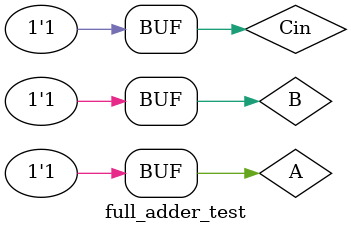
<source format=sv>
module full_adder_test;
  reg A,B,Cin;
  wire Sum,Cout;
  full_adder_decoder dut (A,B,Cin,Sum,Cout);
  initial begin
         A = 1'b0; B = 1'b0;  Cin= 1'b0;
     #10 A = 1'b0; B = 1'b0;  Cin= 1'b1;
     #10 A = 1'b0; B = 1'b1;  Cin= 1'b0;
     #10 A = 1'b0; B = 1'b1;  Cin= 1'b1;
     #10 A = 1'b1; B = 1'b0;  Cin= 1'b0;
     #10 A = 1'b1; B = 1'b0;  Cin= 1'b1;
     #10 A = 1'b1; B = 1'b1;  Cin= 1'b0;
     #10 A = 1'b1; B = 1'b1;  Cin= 1'b1;
  end
  initial begin
    $monitor("simtime = %0t, a = %b, b = %b, Cin = %b, SUM = %b, COUT = %b ",$time,A,B,Cin,Sum,Cout);
  end
  initial begin
    $dumpfile("dump.vcd");
    $dumpvars(0,A,B,Cin,Sum,Cout);
  end
endmodule

</source>
